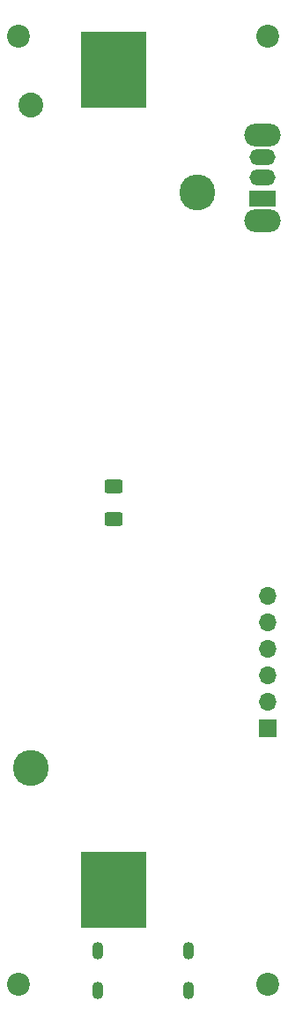
<source format=gbr>
%TF.GenerationSoftware,KiCad,Pcbnew,7.0.2-0*%
%TF.CreationDate,2023-06-17T13:30:50-07:00*%
%TF.ProjectId,camera-clicker,63616d65-7261-42d6-936c-69636b65722e,rev?*%
%TF.SameCoordinates,Original*%
%TF.FileFunction,Soldermask,Bot*%
%TF.FilePolarity,Negative*%
%FSLAX46Y46*%
G04 Gerber Fmt 4.6, Leading zero omitted, Abs format (unit mm)*
G04 Created by KiCad (PCBNEW 7.0.2-0) date 2023-06-17 13:30:50*
%MOMM*%
%LPD*%
G01*
G04 APERTURE LIST*
G04 Aperture macros list*
%AMRoundRect*
0 Rectangle with rounded corners*
0 $1 Rounding radius*
0 $2 $3 $4 $5 $6 $7 $8 $9 X,Y pos of 4 corners*
0 Add a 4 corners polygon primitive as box body*
4,1,4,$2,$3,$4,$5,$6,$7,$8,$9,$2,$3,0*
0 Add four circle primitives for the rounded corners*
1,1,$1+$1,$2,$3*
1,1,$1+$1,$4,$5*
1,1,$1+$1,$6,$7*
1,1,$1+$1,$8,$9*
0 Add four rect primitives between the rounded corners*
20,1,$1+$1,$2,$3,$4,$5,0*
20,1,$1+$1,$4,$5,$6,$7,0*
20,1,$1+$1,$6,$7,$8,$9,0*
20,1,$1+$1,$8,$9,$2,$3,0*%
G04 Aperture macros list end*
%ADD10C,2.200000*%
%ADD11O,3.500000X2.200000*%
%ADD12R,2.500000X1.500000*%
%ADD13O,2.500000X1.500000*%
%ADD14O,1.100000X1.700000*%
%ADD15R,1.700000X1.700000*%
%ADD16O,1.700000X1.700000*%
%ADD17C,2.390000*%
%ADD18C,3.450000*%
%ADD19R,6.350000X7.340000*%
%ADD20RoundRect,0.250000X-0.625000X0.400000X-0.625000X-0.400000X0.625000X-0.400000X0.625000X0.400000X0*%
G04 APERTURE END LIST*
D10*
%TO.C,H4*%
X132000000Y-135000000D03*
%TD*%
D11*
%TO.C,SW1*%
X155500000Y-61700000D03*
X155500000Y-53500000D03*
D12*
X155500000Y-59600000D03*
D13*
X155500000Y-57600000D03*
X155500000Y-55600000D03*
%TD*%
D14*
%TO.C,J3*%
X139680000Y-131795000D03*
X139680000Y-135595000D03*
X148320000Y-131795000D03*
X148320000Y-135595000D03*
%TD*%
D15*
%TO.C,J2*%
X156000000Y-110450000D03*
D16*
X156000000Y-107910000D03*
X156000000Y-105370000D03*
X156000000Y-102830000D03*
X156000000Y-100290000D03*
X156000000Y-97750000D03*
%TD*%
D10*
%TO.C,H1*%
X156000000Y-44000000D03*
%TD*%
%TO.C,H3*%
X132000000Y-44000000D03*
%TD*%
%TO.C,H2*%
X156000000Y-135000000D03*
%TD*%
D17*
%TO.C,BT1*%
X133200000Y-50670000D03*
D18*
X149200000Y-59000000D03*
X133200000Y-114200000D03*
D19*
X141200000Y-47270000D03*
X141200000Y-125930000D03*
%TD*%
D20*
%TO.C,TH1*%
X141200000Y-87250000D03*
X141200000Y-90350000D03*
%TD*%
M02*

</source>
